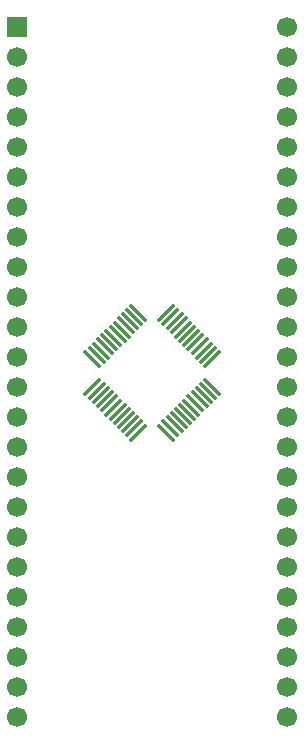
<source format=gts>
G04 #@! TF.GenerationSoftware,KiCad,Pcbnew,9.0.6*
G04 #@! TF.CreationDate,2026-01-08T14:50:15-06:00*
G04 #@! TF.ProjectId,QFP-48_7x7_P0.5,5146502d-3438-45f3-9778-375f50302e35,rev?*
G04 #@! TF.SameCoordinates,Original*
G04 #@! TF.FileFunction,Soldermask,Top*
G04 #@! TF.FilePolarity,Negative*
%FSLAX46Y46*%
G04 Gerber Fmt 4.6, Leading zero omitted, Abs format (unit mm)*
G04 Created by KiCad (PCBNEW 9.0.6) date 2026-01-08 14:50:15*
%MOMM*%
%LPD*%
G01*
G04 APERTURE LIST*
G04 Aperture macros list*
%AMRoundRect*
0 Rectangle with rounded corners*
0 $1 Rounding radius*
0 $2 $3 $4 $5 $6 $7 $8 $9 X,Y pos of 4 corners*
0 Add a 4 corners polygon primitive as box body*
4,1,4,$2,$3,$4,$5,$6,$7,$8,$9,$2,$3,0*
0 Add four circle primitives for the rounded corners*
1,1,$1+$1,$2,$3*
1,1,$1+$1,$4,$5*
1,1,$1+$1,$6,$7*
1,1,$1+$1,$8,$9*
0 Add four rect primitives between the rounded corners*
20,1,$1+$1,$2,$3,$4,$5,0*
20,1,$1+$1,$4,$5,$6,$7,0*
20,1,$1+$1,$6,$7,$8,$9,0*
20,1,$1+$1,$8,$9,$2,$3,0*%
G04 Aperture macros list end*
%ADD10R,1.700000X1.700000*%
%ADD11C,1.700000*%
%ADD12RoundRect,0.075000X-0.707107X-0.601041X-0.601041X-0.707107X0.707107X0.601041X0.601041X0.707107X0*%
%ADD13RoundRect,0.075000X-0.707107X0.601041X0.601041X-0.707107X0.707107X-0.601041X-0.601041X0.707107X0*%
G04 APERTURE END LIST*
D10*
X127000000Y-91392144D03*
D11*
X127000000Y-93932144D03*
X127000000Y-96472144D03*
X127000000Y-99012144D03*
X127000000Y-101552144D03*
X127000000Y-104092144D03*
X127000000Y-106632144D03*
X127000000Y-109172144D03*
X127000000Y-111712144D03*
X127000000Y-114252144D03*
X127000000Y-116792144D03*
X127000000Y-119332144D03*
X127000000Y-121872144D03*
X127000000Y-124412144D03*
X127000000Y-126952144D03*
X127000000Y-129492144D03*
X127000000Y-132032144D03*
X127000000Y-134572144D03*
X127000000Y-137112144D03*
X127000000Y-139652144D03*
X127000000Y-142192144D03*
X127000000Y-144732144D03*
X127000000Y-147272144D03*
X127000000Y-149812144D03*
X149860000Y-91392144D03*
X149860000Y-93932144D03*
X149860000Y-96472144D03*
X149860000Y-99012144D03*
X149860000Y-101552144D03*
X149860000Y-104092144D03*
X149860000Y-106632144D03*
X149860000Y-109172144D03*
X149860000Y-111712144D03*
X149860000Y-114252144D03*
X149860000Y-116792144D03*
X149860000Y-119332144D03*
X149860000Y-121872144D03*
X149860000Y-124412144D03*
X149860000Y-126952144D03*
X149860000Y-129492144D03*
X149860000Y-132032144D03*
X149860000Y-134572144D03*
X149860000Y-137112144D03*
X149860000Y-139652144D03*
X149860000Y-142192144D03*
X149860000Y-144732144D03*
X149860000Y-147272144D03*
X149860000Y-149812144D03*
D12*
X135133115Y-123593332D03*
X134779561Y-123239779D03*
X136193774Y-124653991D03*
X134426009Y-122886226D03*
X135486668Y-123946885D03*
X136547328Y-125007546D03*
X133365348Y-121825565D03*
X133718901Y-122179118D03*
X134072454Y-122532672D03*
X136900882Y-125361099D03*
X135840221Y-124300439D03*
X137254435Y-125714652D03*
X142080439Y-118060221D03*
X139605565Y-115585348D03*
X143141099Y-119120882D03*
X141373332Y-117353115D03*
X143494652Y-119474435D03*
X142787546Y-118767328D03*
X142433991Y-118413774D03*
X141019779Y-116999561D03*
X141726885Y-117706668D03*
X140666226Y-116646009D03*
X140312672Y-116292454D03*
X139959118Y-115938901D03*
D13*
X137254435Y-115585348D03*
X136900882Y-115938901D03*
X136547328Y-116292454D03*
X136193774Y-116646009D03*
X135840221Y-116999561D03*
X135486668Y-117353115D03*
X135133115Y-117706668D03*
X134779561Y-118060221D03*
X134426009Y-118413774D03*
X134072454Y-118767328D03*
X133718901Y-119120882D03*
X133365348Y-119474435D03*
X139605565Y-125714652D03*
X139959118Y-125361099D03*
X140312672Y-125007546D03*
X140666226Y-124653991D03*
X141019779Y-124300439D03*
X141373332Y-123946885D03*
X141726885Y-123593332D03*
X142080439Y-123239779D03*
X142433991Y-122886226D03*
X142787546Y-122532672D03*
X143141099Y-122179118D03*
X143494652Y-121825565D03*
M02*

</source>
